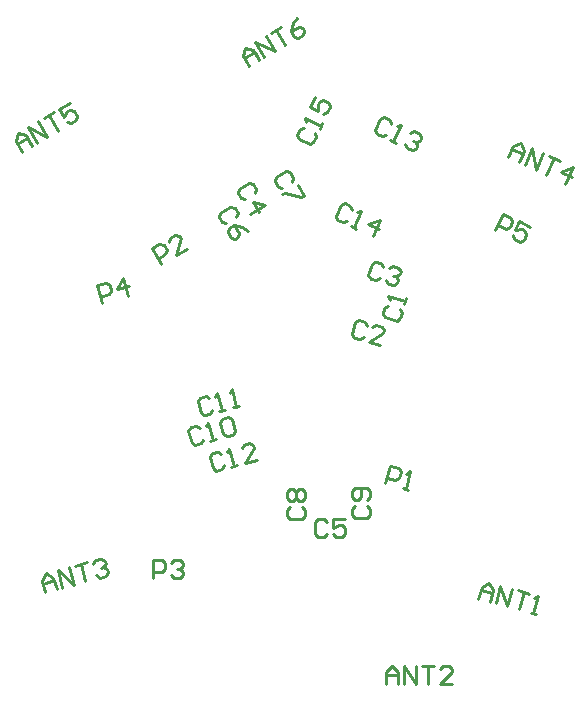
<source format=gto>
G04 Layer_Color=65535*
%FSLAX25Y25*%
%MOIN*%
G70*
G01*
G75*
%ADD36C,0.01000*%
D36*
X67500Y43900D02*
X70035Y49336D01*
X72753Y48069D01*
X73237Y46740D01*
X72391Y44928D01*
X71063Y44445D01*
X68345Y45712D01*
X79095Y45111D02*
X75471Y46801D01*
X74203Y44083D01*
X76438Y44144D01*
X77344Y43722D01*
X77828Y42393D01*
X76983Y40581D01*
X75654Y40098D01*
X73842Y40943D01*
X73359Y42271D01*
X-44021Y32687D02*
X-47020Y37881D01*
X-44422Y39381D01*
X-43057Y39015D01*
X-42057Y37283D01*
X-42423Y35918D01*
X-45020Y34418D01*
X-35363Y37685D02*
X-38826Y35686D01*
X-37363Y41148D01*
X-37862Y42014D01*
X-39228Y42380D01*
X-40959Y41380D01*
X-41325Y40014D01*
X3660Y78036D02*
X2331Y77553D01*
X1486Y75741D01*
X1970Y74412D01*
X5594Y72723D01*
X6922Y73206D01*
X7767Y75018D01*
X7284Y76347D01*
X9035Y77736D02*
X9880Y79548D01*
X9457Y78642D01*
X4021Y81177D01*
X4505Y79848D01*
X7401Y88425D02*
X5711Y84801D01*
X8429Y83534D01*
X8368Y85768D01*
X8791Y86674D01*
X10119Y87158D01*
X11931Y86313D01*
X12415Y84984D01*
X11570Y83172D01*
X10241Y82689D01*
X19737Y50640D02*
X19253Y51969D01*
X17441Y52814D01*
X16112Y52330D01*
X14423Y48706D01*
X14906Y47377D01*
X16718Y46533D01*
X18046Y47016D01*
X19436Y45265D02*
X21248Y44420D01*
X20342Y44843D01*
X22877Y50279D01*
X21549Y49795D01*
X26684Y41885D02*
X29219Y47321D01*
X25234Y45871D01*
X28858Y44181D01*
X32836Y79340D02*
X32353Y80669D01*
X30541Y81514D01*
X29212Y81030D01*
X27523Y77406D01*
X28006Y76078D01*
X29818Y75233D01*
X31147Y75716D01*
X32536Y73965D02*
X34348Y73120D01*
X33442Y73543D01*
X35977Y78979D01*
X34648Y78495D01*
X39179Y76383D02*
X40507Y76866D01*
X42319Y76021D01*
X42803Y74693D01*
X42380Y73787D01*
X41052Y73303D01*
X40146Y73726D01*
X41052Y73303D01*
X41535Y71975D01*
X41113Y71069D01*
X39784Y70585D01*
X37972Y71430D01*
X37489Y72759D01*
X-216Y60066D02*
X150Y61431D01*
X-849Y63163D01*
X-2215Y63529D01*
X-5678Y61529D01*
X-6044Y60164D01*
X-5044Y58432D01*
X-3678Y58066D01*
X1650Y58834D02*
X3649Y55371D01*
X2784Y54871D01*
X-2679Y56335D01*
X-3545Y55835D01*
X-18755Y48268D02*
X-18389Y49634D01*
X-19388Y51365D01*
X-20754Y51731D01*
X-24217Y49732D01*
X-24583Y48366D01*
X-23583Y46635D01*
X-22218Y46269D01*
X-14890Y43574D02*
X-16755Y44805D01*
X-19486Y45537D01*
X-21218Y44537D01*
X-21584Y43172D01*
X-20584Y41440D01*
X-19218Y41074D01*
X-18353Y41574D01*
X-17987Y42940D01*
X-19486Y45537D01*
X-12472Y56136D02*
X-12106Y57502D01*
X-13106Y59233D01*
X-14471Y59599D01*
X-17934Y57600D01*
X-18300Y56234D01*
X-17300Y54503D01*
X-15935Y54137D01*
X-14301Y49308D02*
X-9107Y52307D01*
X-13204Y53405D01*
X-11204Y49942D01*
X71900Y68300D02*
X73590Y71924D01*
X76247Y72891D01*
X77214Y70234D01*
X75524Y66610D01*
X76792Y69328D01*
X73167Y71018D01*
X77336Y65765D02*
X79871Y71201D01*
X80960Y64075D01*
X83495Y69511D01*
X85307Y68666D02*
X88931Y66976D01*
X87119Y67821D01*
X84584Y62385D01*
X90926Y59428D02*
X93461Y64864D01*
X89476Y63413D01*
X93100Y61724D01*
X-63557Y19763D02*
X-65110Y25557D01*
X-62213Y26333D01*
X-60989Y25626D01*
X-60471Y23695D01*
X-61178Y22470D01*
X-64075Y21694D01*
X-54867Y22092D02*
X-56419Y27885D01*
X-58540Y24212D01*
X-54677Y25247D01*
X-46558Y-72017D02*
Y-66019D01*
X-43559D01*
X-42560Y-67019D01*
Y-69018D01*
X-43559Y-70018D01*
X-46558D01*
X-40560Y-67019D02*
X-39560Y-66019D01*
X-37561D01*
X-36562Y-67019D01*
Y-68019D01*
X-37561Y-69018D01*
X-38561D01*
X-37561D01*
X-36562Y-70018D01*
Y-71018D01*
X-37561Y-72017D01*
X-39560D01*
X-40560Y-71018D01*
X30836Y-40501D02*
X32389Y-34707D01*
X35285Y-35484D01*
X35992Y-36708D01*
X35475Y-38639D01*
X34251Y-39346D01*
X31354Y-38570D01*
X36630Y-42053D02*
X38561Y-42571D01*
X37596Y-42312D01*
X39148Y-36518D01*
X37924Y-37225D01*
X-23831Y-30637D02*
X-25056Y-29930D01*
X-26987Y-30448D01*
X-27694Y-31672D01*
X-26659Y-35534D01*
X-25434Y-36241D01*
X-23503Y-35724D01*
X-22796Y-34499D01*
X-20606Y-34948D02*
X-18675Y-34430D01*
X-19641Y-34689D01*
X-21193Y-28895D01*
X-21900Y-30119D01*
X-11916Y-32619D02*
X-15778Y-33654D01*
X-12951Y-28756D01*
X-13209Y-27791D01*
X-14434Y-27084D01*
X-16365Y-27602D01*
X-17072Y-28826D01*
X-27831Y-12137D02*
X-29056Y-11430D01*
X-30987Y-11948D01*
X-31694Y-13172D01*
X-30659Y-17034D01*
X-29434Y-17741D01*
X-27503Y-17224D01*
X-26796Y-15999D01*
X-24606Y-16448D02*
X-22675Y-15930D01*
X-23641Y-16189D01*
X-25193Y-10395D01*
X-25900Y-11620D01*
X-19778Y-15154D02*
X-17847Y-14636D01*
X-18813Y-14895D01*
X-20365Y-9102D01*
X-21072Y-10326D01*
X-30892Y-22047D02*
X-32116Y-21340D01*
X-34048Y-21858D01*
X-34754Y-23082D01*
X-33720Y-26945D01*
X-32495Y-27652D01*
X-30564Y-27134D01*
X-29857Y-25910D01*
X-27667Y-26358D02*
X-25736Y-25840D01*
X-26702Y-26099D01*
X-28254Y-20305D01*
X-28961Y-21530D01*
X-24133Y-20236D02*
X-23426Y-19012D01*
X-21495Y-18494D01*
X-20270Y-19201D01*
X-19235Y-23064D01*
X-19942Y-24288D01*
X-21873Y-24806D01*
X-23098Y-24099D01*
X-24133Y-20236D01*
X20702Y-48201D02*
X19702Y-49201D01*
Y-51200D01*
X20702Y-52200D01*
X24700D01*
X25700Y-51200D01*
Y-49201D01*
X24700Y-48201D01*
Y-46202D02*
X25700Y-45202D01*
Y-43203D01*
X24700Y-42203D01*
X20702D01*
X19702Y-43203D01*
Y-45202D01*
X20702Y-46202D01*
X21701D01*
X22701Y-45202D01*
Y-42203D01*
X-798Y-48401D02*
X-1798Y-49401D01*
Y-51400D01*
X-798Y-52400D01*
X3200D01*
X4200Y-51400D01*
Y-49401D01*
X3200Y-48401D01*
X-798Y-46402D02*
X-1798Y-45402D01*
Y-43403D01*
X-798Y-42403D01*
X201D01*
X1201Y-43403D01*
X2201Y-42403D01*
X3200D01*
X4200Y-43403D01*
Y-45402D01*
X3200Y-46402D01*
X2201D01*
X1201Y-45402D01*
X201Y-46402D01*
X-798D01*
X1201Y-45402D02*
Y-43403D01*
X11377Y-53338D02*
X10378Y-52338D01*
X8378D01*
X7379Y-53338D01*
Y-57336D01*
X8378Y-58336D01*
X10378D01*
X11377Y-57336D01*
X17376Y-52338D02*
X13377D01*
Y-55337D01*
X15376Y-54338D01*
X16376D01*
X17376Y-55337D01*
Y-57336D01*
X16376Y-58336D01*
X14377D01*
X13377Y-57336D01*
X30156Y31693D02*
X29449Y32917D01*
X27518Y33435D01*
X26294Y32728D01*
X25259Y28866D01*
X25966Y27641D01*
X27897Y27124D01*
X29121Y27831D01*
X32087Y31176D02*
X33312Y31883D01*
X35243Y31365D01*
X35950Y30141D01*
X35691Y29175D01*
X34467Y28468D01*
X33501Y28727D01*
X34467Y28468D01*
X35174Y27244D01*
X34915Y26278D01*
X33691Y25571D01*
X31759Y26089D01*
X31052Y27313D01*
X24636Y12094D02*
X23930Y13318D01*
X21998Y13836D01*
X20774Y13129D01*
X19739Y9267D01*
X20446Y8042D01*
X22377Y7525D01*
X23601Y8232D01*
X29136Y5714D02*
X25274Y6749D01*
X30171Y9576D01*
X30430Y10542D01*
X29723Y11766D01*
X27792Y12284D01*
X26568Y11577D01*
X31814Y18677D02*
X30590Y17970D01*
X30073Y16039D01*
X30779Y14814D01*
X34642Y13779D01*
X35866Y14486D01*
X36384Y16417D01*
X35677Y17642D01*
X37160Y19314D02*
X37677Y21246D01*
X37419Y20280D01*
X31625Y21832D01*
X32332Y20608D01*
X-82600Y-76800D02*
X-83635Y-72938D01*
X-82221Y-70489D01*
X-79773Y-71903D01*
X-78737Y-75765D01*
X-79514Y-72868D01*
X-83376Y-73903D01*
X-76806Y-75248D02*
X-78359Y-69454D01*
X-72944Y-74213D01*
X-74496Y-68419D01*
X-72565Y-67901D02*
X-68703Y-66866D01*
X-70634Y-67384D01*
X-69081Y-73178D01*
X-66513Y-67315D02*
X-65806Y-66090D01*
X-63875Y-65573D01*
X-62650Y-66280D01*
X-62391Y-67245D01*
X-63098Y-68470D01*
X-64064Y-68728D01*
X-63098Y-68470D01*
X-61874Y-69177D01*
X-61615Y-70142D01*
X-62322Y-71367D01*
X-64253Y-71884D01*
X-65478Y-71177D01*
X31200Y-107300D02*
Y-103301D01*
X33199Y-101302D01*
X35199Y-103301D01*
Y-107300D01*
Y-104301D01*
X31200D01*
X37198Y-107300D02*
Y-101302D01*
X41197Y-107300D01*
Y-101302D01*
X43196D02*
X47195D01*
X45195D01*
Y-107300D01*
X53193D02*
X49194D01*
X53193Y-103301D01*
Y-102302D01*
X52193Y-101302D01*
X50194D01*
X49194Y-102302D01*
X61900Y-78900D02*
X62935Y-75037D01*
X65384Y-73624D01*
X66797Y-76073D01*
X65763Y-79935D01*
X66539Y-77038D01*
X62676Y-76003D01*
X67694Y-80452D02*
X69246Y-74659D01*
X71556Y-81487D01*
X73109Y-75694D01*
X75040Y-76211D02*
X78902Y-77246D01*
X76971Y-76729D01*
X75419Y-82522D01*
X79281Y-83557D02*
X81212Y-84075D01*
X80247Y-83816D01*
X81799Y-78022D01*
X80575Y-78729D01*
X-90400Y70000D02*
X-92399Y73463D01*
X-91667Y76194D01*
X-88936Y75462D01*
X-86937Y71999D01*
X-88437Y74597D01*
X-91900Y72597D01*
X-85206Y72999D02*
X-88205Y78193D01*
X-81743Y74998D01*
X-84742Y80193D01*
X-83010Y81192D02*
X-79547Y83192D01*
X-81279Y82192D01*
X-78280Y76998D01*
X-74353Y86191D02*
X-77816Y84192D01*
X-76316Y81594D01*
X-75085Y83460D01*
X-74219Y83960D01*
X-72853Y83594D01*
X-71853Y81862D01*
X-72219Y80497D01*
X-73951Y79497D01*
X-75316Y79863D01*
X-14648Y98545D02*
X-16648Y102008D01*
X-15916Y104739D01*
X-13185Y104007D01*
X-11185Y100544D01*
X-12685Y103142D01*
X-16148Y101142D01*
X-9454Y101544D02*
X-12453Y106738D01*
X-5991Y103543D01*
X-8990Y108738D01*
X-7258Y109738D02*
X-3795Y111737D01*
X-5527Y110737D01*
X-2528Y105543D01*
X1399Y114736D02*
X167Y112871D01*
X-564Y110139D01*
X435Y108408D01*
X1801Y108042D01*
X3532Y109042D01*
X3898Y110407D01*
X3399Y111273D01*
X2033Y111639D01*
X-564Y110139D01*
M02*

</source>
